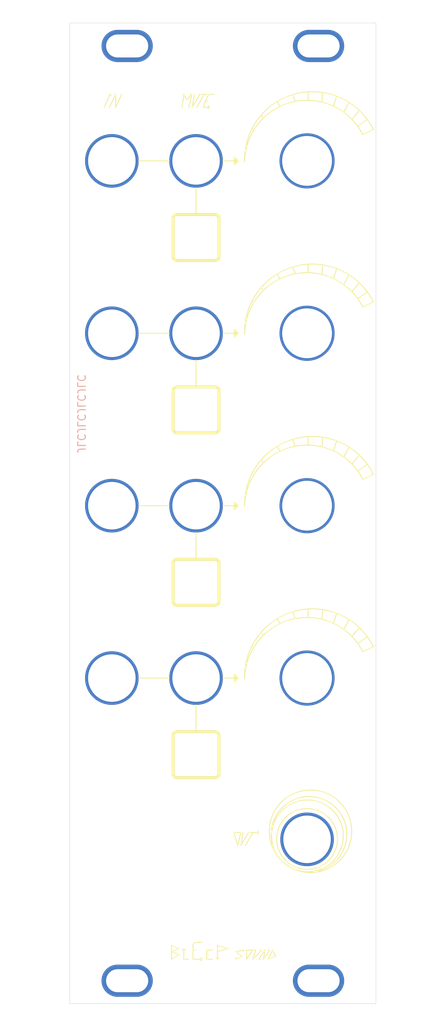
<source format=kicad_pcb>
(kicad_pcb (version 20211014) (generator pcbnew)
  (layers (0 "F.Cu" signal) (31 "B.Cu" signal) (34 "B.Paste" user) (35 "F.Paste" user) (36 "B.SilkS" user "B.Silkscreen") (37 "F.SilkS" user "F.Silkscreen") (38 "B.Mask" user) (39 "F.Mask" user) (44 "Edge.Cuts" user))
  (net 0 "")
  (footprint "Synth:Doepfer Mounting hole" (layer "F.Cu") (at 104.5 25)
    (fp_text reference "REF**" hide)
    (fp_text value "Doepfer Mounting hole")
    (pad "1" thru_hole oval locked (at 0 0) (size 6.7 4.2) (drill oval 5.5 3) (layers *.Cu *.Mask))
  )
  (footprint "" (layer "F.Cu") (at 79.5 147)
    (fp_text reference "" (at 0 0) (layer "F.SilkS") (effects (font (size 1.27 1.27))))
    (fp_text value "" (at 0 0) (layer "F.SilkS") (effects (font (size 1.27 1.27))))
    (pad "1" thru_hole oval locked (at 0 0) (size 6.7 4.2) (drill oval 5.5 3) (layers *.Cu *.Mask))
  )
  (footprint "" (layer "F.Cu") (at 104.5 147)
    (fp_text reference "" (at 0 0) (layer "F.SilkS") (effects (font (size 1.27 1.27))))
    (fp_text value "" (at 0 0) (layer "F.SilkS") (effects (font (size 1.27 1.27))))
    (pad "1" thru_hole oval locked (at 0 0) (size 6.7 4.2) (drill oval 5.5 3) (layers *.Cu *.Mask))
  )
  (footprint "" (layer "F.Cu") (at 79.5 25)
    (fp_text reference "" (at 0 0) (layer "F.SilkS") (effects (font (size 1.27 1.27))))
    (fp_text value "" (at 0 0) (layer "F.SilkS") (effects (font (size 1.27 1.27))))
    (pad "1" thru_hole oval locked (at 0 0) (size 6.7 4.2) (drill oval 5.5 3) (layers *.Cu *.Mask))
  )
  (gr_line (start 86.9 142.8) (end 86.9 144.2) (layer "F.SilkS") (width 0.12))
  (gr_line (start 88.1 144.2) (end 89.3 144.2) (layer "F.SilkS") (width 0.12))
  (gr_line (start 85.3 144.2) (end 86.3 143.6) (layer "F.SilkS") (width 0.12))
  (gr_line (start 86.3 143.6) (end 85.3 143.2) (layer "F.SilkS") (width 0.12))
  (gr_line (start 86.9 144.2) (end 87.5 144.2) (layer "F.SilkS") (width 0.12))
  (gr_line (start 88.5 142) (end 89.3 142) (layer "F.SilkS") (width 0.12))
  (gr_line (start 89.9 144.2) (end 90.7 144.2) (layer "F.SilkS") (width 0.12))
  (gr_line (start 91.3 142.4) (end 92.7 142.8) (layer "F.SilkS") (width 0.12))
  (gr_line (start 88.1 142.4) (end 88.1 144.2) (layer "F.SilkS") (width 0.12))
  (gr_line (start 88.1 143) (end 88.5 143) (layer "F.SilkS") (width 0.12))
  (gr_line (start 89.9 143) (end 89.9 144.2) (layer "F.SilkS") (width 0.12))
  (gr_line (start 91.1 144) (end 91.3 144.2) (layer "F.SilkS") (width 0.12))
  (gr_line (start 89.9 143) (end 90.7 143) (layer "F.SilkS") (width 0.12))
  (gr_line (start 91.3 144.2) (end 91.3 144) (layer "F.SilkS") (width 0.12))
  (gr_line (start 91.3 142.4) (end 91.3 144.2) (layer "F.SilkS") (width 0.12))
  (gr_line (start 92.7 142.8) (end 91.3 143.2) (layer "F.SilkS") (width 0.12))
  (gr_line (start 89.9 143.6) (end 90.1 143.6) (layer "F.SilkS") (width 0.12))
  (gr_line (start 85.3 143.2) (end 86.3 142.8) (layer "F.SilkS") (width 0.12))
  (gr_line (start 91.3 144.2) (end 91.5 144) (layer "F.SilkS") (width 0.12))
  (gr_line (start 85.3 142.4) (end 85.3 144.2) (layer "F.SilkS") (width 0.12))
  (gr_line (start 86.3 142.8) (end 85.3 142.4) (layer "F.SilkS") (width 0.12))
  (gr_line (start 98.1 143) (end 97.9 143) (layer "F.SilkS") (width 0.12))
  (gr_line (start 93.7 144.2) (end 93.7 144) (layer "F.SilkS") (width 0.12))
  (gr_line (start 95.1 143) (end 95.1 144.2) (layer "F.SilkS") (width 0.12))
  (gr_line (start 96.3 143) (end 95.9 144.2) (layer "F.SilkS") (width 0.12))
  (gr_line (start 95.9 144.2) (end 97.1 143) (layer "F.SilkS") (width 0.12))
  (gr_line (start 98.5 143) (end 97.9 144.2) (layer "F.SilkS") (width 0.12))
  (gr_line (start 98.5 143) (end 98.9 143.8) (layer "F.SilkS") (width 0.12))
  (gr_line (start 94.7 143) (end 94.7 143.2) (layer "F.SilkS") (width 0.12))
  (gr_line (start 86.9 142.8) (end 86.7 143) (layer "F.SilkS") (width 0.12))
  (gr_line (start 86.9 142.8) (end 87.1 143) (layer "F.SilkS") (width 0.12))
  (gr_line (start 97.5 143) (end 97.3 144.2) (layer "F.SilkS") (width 0.12))
  (gr_arc (start 88.1 142.4) (mid 88.217157 142.117157) (end 88.5 142) (layer "F.SilkS") (width 0.12))
  (gr_line (start 94.5 143.8) (end 93.7 144.2) (layer "F.SilkS") (width 0.12))
  (gr_line (start 89.3 144.2) (end 89.1 144) (layer "F.SilkS") (width 0.12))
  (gr_line (start 89.3 144.2) (end 89.1 144.4) (layer "F.SilkS") (width 0.12))
  (gr_line (start 93.7 143.2) (end 94.5 143.8) (layer "F.SilkS") (width 0.12))
  (gr_line (start 95.9 143) (end 95.1 143) (layer "F.SilkS") (width 0.12))
  (gr_line (start 97.3 144.2) (end 98.1 143) (layer "F.SilkS") (width 0.12))
  (gr_line (start 97.5 143) (end 96.7 144.2) (layer "F.SilkS") (width 0.12))
  (gr_line (start 96.3 143) (end 96.1 143) (layer "F.SilkS") (width 0.12))
  (gr_line (start 96.7 144.2) (end 96.9 144.2) (layer "F.SilkS") (width 0.12))
  (gr_line (start 97.1 143) (end 96.9 143) (layer "F.SilkS") (width 0.12))
  (gr_line (start 95.1 144.2) (end 95.9 143) (layer "F.SilkS") (width 0.12))
  (gr_line (start 97.9 144.2) (end 98.9 143.8) (layer "F.SilkS") (width 0.12))
  (gr_line (start 94.7 143) (end 93.7 143.2) (layer "F.SilkS") (width 0.12))
  (gr_line (start 88.5 43.5) (end 88.5 47) (layer "F.SilkS") (width 0.12))
  (gr_line (start 95.55 127.65) (end 96.25 127.65) (layer "F.SilkS") (width 0.12))
  (gr_line (start 93.95 129.35) (end 93.45 127.65) (layer "F.SilkS") (width 0.12))
  (gr_line (start 93.45 127.65) (end 94.35 127.65) (layer "F.SilkS") (width 0.12))
  (gr_line (start 94.65 127.65) (end 94.35 129.35) (layer "F.SilkS") (width 0.12))
  (gr_line (start 94.35 129.35) (end 95.35 127.65) (layer "F.SilkS") (width 0.12))
  (gr_line (start 94.35 127.65) (end 93.95 129.35) (layer "F.SilkS") (width 0.12))
  (gr_line (start 95.95 127.65) (end 94.95 129.35) (layer "F.SilkS") (width 0.12))
  (gr_circle (center 103.45 127.5) (end 101.45 122.5) (layer "F.SilkS") (width 0.12) (fill none))
  (gr_circle (center 103.25 127.9) (end 101.45 123.3) (layer "F.SilkS") (width 0.12) (fill none))
  (gr_circle (center 103.05 128.1) (end 100.05 124.5) (layer "F.SilkS") (width 0.12) (fill none))
  (gr_circle (center 103 128.5) (end 100.4 125.5) (layer "F.SilkS") (width 0.12) (fill none))
  (gr_line (start 77.3 31.3) (end 77.1 31.4) (layer "F.SilkS") (width 0.12))
  (gr_line (start 77.2 33) (end 78 31.3) (layer "F.SilkS") (width 0.12))
  (gr_line (start 77.2 33) (end 77.1 33) (layer "F.SilkS") (width 0.12))
  (gr_line (start 78 31.3) (end 78 33) (layer "F.SilkS") (width 0.12))
  (gr_line (start 77.3 31.3) (end 77.4 31.5) (layer "F.SilkS") (width 0.12))
  (gr_line (start 78 33) (end 78.8 31.3) (layer "F.SilkS") (width 0.12))
  (gr_line (start 76.5 33) (end 77.3 31.3) (layer "F.SilkS") (width 0.12))
  (gr_line (start 78.8 31.3) (end 78.7 31.3) (layer "F.SilkS") (width 0.12))
  (gr_line (start 106.455151 32.854115) (end 106.841985 31.599148) (layer "F.SilkS") (width 0.12))
  (gr_arc (start 94.841985 107.599148) (mid 101.181462 99.795826) (end 110.281985 104.069148) (layer "F.SilkS") (width 0.12))
  (gr_line (start 96.65 127.65) (end 96.55 127.85) (layer "F.SilkS") (width 0.12))
  (gr_line (start 103.141985 99.599148) (end 103.141985 98.499148) (layer "F.SilkS") (width 0.12))
  (gr_line (start 95.841985 103.299148) (end 96.041985 103.499148) (layer "F.SilkS") (width 0.12))
  (gr_line (start 81 107.5) (end 85 107.5) (layer "F.SilkS") (width 0.12))
  (gr_arc (start 94.841985 85.099148) (mid 101.181462 77.295826) (end 110.281985 81.569148) (layer "F.SilkS") (width 0.12))
  (gr_line (start 103.141985 32.099148) (end 103.141985 30.999148) (layer "F.SilkS") (width 0.12))
  (gr_line (start 106.455151 77.854115) (end 106.841985 76.599148) (layer "F.SilkS") (width 0.12))
  (gr_line (start 104.941985 54.799148) (end 105.041985 53.599148) (layer "F.SilkS") (width 0.12))
  (gr_line (start 104.941985 99.799148) (end 105.041985 98.599148) (layer "F.SilkS") (width 0.12))
  (gr_line (start 85.5 47.5) (end 85.5 52.5) (layer "F.SilkS") (width 0.4))
  (gr_line (start 88 33) (end 89 31.3) (layer "F.SilkS") (width 0.12))
  (gr_line (start 110.281985 104.069148) (end 111.655151 103.404115) (layer "F.SilkS") (width 0.12))
  (gr_arc (start 94.841985 40.099148) (mid 101.55885 31.229455) (end 111.655151 35.904115) (layer "F.SilkS") (width 0.12))
  (gr_arc (start 91 47) (mid 91.353553 47.146447) (end 91.5 47.5) (layer "F.SilkS") (width 0.4))
  (gr_line (start 87.95 31.3) (end 87.25 32.05) (layer "F.SilkS") (width 0.12))
  (gr_line (start 104.941985 77.299148) (end 105.041985 76.099148) (layer "F.SilkS") (width 0.12))
  (gr_arc (start 91 92) (mid 91.353553 92.146447) (end 91.5 92.5) (layer "F.SilkS") (width 0.4))
  (gr_line (start 85.5 70) (end 85.5 75) (layer "F.SilkS") (width 0.4))
  (gr_poly (pts (xy 94 62.5) (xy 93.5 63) (xy 93.5 62)) (layer "F.SilkS") (width 0.15) (fill solid))
  (gr_line (start 91.5 47.5) (end 91.5 52.5) (layer "F.SilkS") (width 0.4))
  (gr_line (start 99.441985 55.399148) (end 99.141985 54.799148) (layer "F.SilkS") (width 0.12))
  (gr_arc (start 85.5 115) (mid 85.646447 114.646447) (end 86 114.5) (layer "F.SilkS") (width 0.4))
  (gr_line (start 86 69.5) (end 91 69.5) (layer "F.SilkS") (width 0.4))
  (gr_line (start 87.95 31.3) (end 87.55 33) (layer "F.SilkS") (width 0.12))
  (gr_line (start 88.5 88.5) (end 88.5 92) (layer "F.SilkS") (width 0.12))
  (gr_line (start 86 114.5) (end 91 114.5) (layer "F.SilkS") (width 0.4))
  (gr_line (start 94 107.5) (end 92 107.5) (layer "F.SilkS") (width 0.12))
  (gr_line (start 87.95 31.3) (end 87.75 31.3) (layer "F.SilkS") (width 0.12))
  (gr_arc (start 86 53) (mid 85.646447 52.853553) (end 85.5 52.5) (layer "F.SilkS") (width 0.4))
  (gr_line (start 108.865151 79.564115) (end 109.805151 78.434115) (layer "F.SilkS") (width 0.12))
  (gr_line (start 91.5 70) (end 91.5 75) (layer "F.SilkS") (width 0.4))
  (gr_line (start 101.441985 54.699148) (end 101.141985 53.899148) (layer "F.SilkS") (width 0.12))
  (gr_arc (start 94.841985 40.099148) (mid 101.181462 32.295826) (end 110.281985 36.569148) (layer "F.SilkS") (width 0.12))
  (gr_line (start 103.141985 54.599148) (end 103.141985 53.499148) (layer "F.SilkS") (width 0.12))
  (gr_line (start 87.25 32.05) (end 86.95 31.3) (layer "F.SilkS") (width 0.12))
  (gr_line (start 108.865151 57.064115) (end 109.805151 55.934115) (layer "F.SilkS") (width 0.12))
  (gr_line (start 91 98) (end 86 98) (layer "F.SilkS") (width 0.4))
  (gr_line (start 99.441985 100.399148) (end 99.141985 99.799148) (layer "F.SilkS") (width 0.12))
  (gr_line (start 107.791985 56.149148) (end 108.475151 54.874115) (layer "F.SilkS") (width 0.12))
  (gr_line (start 89.75 32.2) (end 90.05 32.2) (layer "F.SilkS") (width 0.12))
  (gr_line (start 90.25 33) (end 90.05 32.8) (layer "F.SilkS") (width 0.12))
  (gr_line (start 81 40) (end 85 40) (layer "F.SilkS") (width 0.12))
  (gr_arc (start 85.5 70) (mid 85.646447 69.646447) (end 86 69.5) (layer "F.SilkS") (width 0.4))
  (gr_line (start 101.441985 32.199148) (end 101.141985 31.399148) (layer "F.SilkS") (width 0.12))
  (gr_line (start 90.25 33) (end 90.05 33.2) (layer "F.SilkS") (width 0.12))
  (gr_line (start 90.45 31.3) (end 90.85 31.3) (layer "F.SilkS") (width 0.12))
  (gr_line (start 110.281985 36.569148) (end 111.655151 35.904115) (layer "F.SilkS") (width 0.12))
  (gr_line (start 101.441985 99.699148) (end 101.141985 98.899148) (layer "F.SilkS") (width 0.12))
  (gr_line (start 86 92) (end 91 92) (layer "F.SilkS") (width 0.4))
  (gr_line (start 97.041985 101.499148) (end 97.241985 101.899148) (layer "F.SilkS") (width 0.12))
  (gr_poly (pts (xy 94 40) (xy 93.5 40.5) (xy 93.5 39.5)) (layer "F.SilkS") (width 0.15) (fill solid))
  (gr_line (start 96.65 127.65) (end 96.55 127.45) (layer "F.SilkS") (width 0.12))
  (gr_line (start 91 120.5) (end 86 120.5) (layer "F.SilkS") (width 0.4))
  (gr_arc (start 94.841985 107.599148) (mid 101.55885 98.729455) (end 111.655151 103.404115) (layer "F.SilkS") (width 0.12))
  (gr_line (start 107.791985 78.649148) (end 108.475151 77.374115) (layer "F.SilkS") (width 0.12))
  (gr_line (start 85.5 115) (end 85.5 120) (layer "F.SilkS") (width 0.4))
  (gr_line (start 94 40) (end 92 40) (layer "F.SilkS") (width 0.12))
  (gr_arc (start 91.5 97.5) (mid 91.353553 97.853553) (end 91 98) (layer "F.SilkS") (width 0.4))
  (gr_arc (start 85.5 92.5) (mid 85.646447 92.146447) (end 86 92) (layer "F.SilkS") (width 0.4))
  (gr_arc (start 86 75.5) (mid 85.646447 75.353553) (end 85.5 75) (layer "F.SilkS") (width 0.4))
  (gr_line (start 107.791985 101.149148) (end 108.475151 99.874115) (layer "F.SilkS") (width 0.12))
  (gr_line (start 89.95 31.65) (end 89.45 33) (layer "F.SilkS") (width 0.12))
  (gr_line (start 88.3 31.3) (end 88 33) (layer "F.SilkS") (width 0.12))
  (gr_arc (start 91.5 120) (mid 91.353553 120.353553) (end 91 120.5) (layer "F.SilkS") (width 0.4))
  (gr_line (start 86.95 31.3) (end 86.65 33) (layer "F.SilkS") (width 0.12))
  (gr_arc (start 86 98) (mid 85.646447 97.853553) (end 85.5 97.5) (layer "F.SilkS") (width 0.4))
  (gr_arc (start 89.95 31.65) (mid 90.147762 31.400375) (end 90.45 31.3) (layer "F.SilkS") (width 0.12))
  (gr_line (start 97.041985 56.499148) (end 97.241985 56.899148) (layer "F.SilkS") (width 0.12))
  (gr_line (start 81 85) (end 85 85) (layer "F.SilkS") (width 0.12))
  (gr_line (start 106.455151 100.354115) (end 106.841985 99.099148) (layer "F.SilkS") (width 0.12))
  (gr_poly (pts (xy 94 85) (xy 93.5 85.5) (xy 93.5 84.5)) (layer "F.SilkS") (width 0.15) (fill solid))
  (gr_arc (start 94.841985 85.099148) (mid 101.55885 76.229455) (end 111.655151 80.904115) (layer "F.SilkS") (width 0.12))
  (gr_line (start 107.791985 33.649148) (end 108.475151 32.374115) (layer "F.SilkS") (width 0.12))
  (gr_arc (start 85.5 47.5) (mid 85.646447 47.146447) (end 86 47) (layer "F.SilkS") (width 0.4))
  (gr_line (start 97.041985 78.999148) (end 97.241985 79.399148) (layer "F.SilkS") (width 0.12))
  (gr_line (start 108.865151 102.064115) (end 109.805151 100.934115) (layer "F.SilkS") (width 0.12))
  (gr_arc (start 86 120.5) (mid 85.646447 120.353553) (end 85.5 120) (layer "F.SilkS") (width 0.4))
  (gr_line (start 89.2 31.3) (end 89.9 31.3) (layer "F.SilkS") (width 0.12))
  (gr_arc (start 91 69.5) (mid 91.353553 69.646447) (end 91.5 70) (layer "F.SilkS") (width 0.4))
  (gr_line (start 109.625151 35.494115) (end 110.841985 34.599148) (layer "F.SilkS") (width 0.12))
  (gr_line (start 106.455151 55.354115) (end 106.841985 54.099148) (layer "F.SilkS") (width 0.12))
  (gr_line (start 101.441985 77.199148) (end 101.141985 76.399148) (layer "F.SilkS") (width 0.12))
  (gr_line (start 95.841985 58.299148) (end 96.041985 58.499148) (layer "F.SilkS") (width 0.12))
  (gr_line (start 94 85) (end 92 85) (layer "F.SilkS") (width 0.12))
  (gr_line (start 85.5 92.5) (end 85.5 97.5) (layer "F.SilkS") (width 0.4))
  (gr_line (start 88.5 66) (end 88.5 69.5) (layer "F.SilkS") (width 0.12))
  (gr_line (start 94 62.5) (end 92 62.5) (layer "F.SilkS") (width 0.12))
  (gr_line (start 81 62.5) (end 85 62.5) (layer "F.SilkS") (width 0.12))
  (gr_line (start 104.941985 32.299148) (end 105.041985 31.099148) (layer "F.SilkS") (width 0.12))
  (gr_poly (pts (xy 94 107.5) (xy 93.5 108) (xy 93.5 107)) (layer "F.SilkS") (width 0.15) (fill solid))
  (gr_line (start 109.625151 80.494115) (end 110.841985 79.599148) (layer "F.SilkS") (width 0.12))
  (gr_line (start 96.25 127.65) (end 96.65 127.65) (layer "F.SilkS") (width 0.12))
  (gr_line (start 99.441985 77.899148) (end 99.141985 77.299148) (layer "F.SilkS") (width 0.12))
  (gr_arc (start 94.841985 62.599148) (mid 101.181462 54.795826) (end 110.281985 59.069148) (layer "F.SilkS") (width 0.12))
  (gr_line (start 91 75.5) (end 86 75.5) (layer "F.SilkS") (width 0.4))
  (gr_line (start 110.281985 59.069148) (end 111.655151 58.404115) (layer "F.SilkS") (width 0.12))
  (gr_line (start 86 47) (end 91 47) (layer "F.SilkS") (width 0.4))
  (gr_line (start 108.865151 34.564115) (end 109.805151 33.434115) (layer "F.SilkS") (width 0.12))
  (gr_line (start 91.5 115) (end 91.5 120) (layer "F.SilkS") (width 0.4))
  (gr_line (start 86.95 31.3) (end 86.75 31.3) (layer "F.SilkS") (width 0.12))
  (gr_arc (start 91 114.5) (mid 91.353553 114.646447) (end 91.5 115) (layer "F.SilkS") (width 0.4))
  (gr_arc (start 91.5 75) (mid 91.353553 75.353553) (end 91 75.5) (layer "F.SilkS") (width 0.4))
  (gr_line (start 109.625151 57.994115) (end 110.841985 57.099148) (layer "F.SilkS") (width 0.12))
  (gr_arc (start 91.5 52.5) (mid 91.353553 52.853553) (end 91 53) (layer "F.SilkS") (width 0.4))
  (gr_line (start 109.625151 102.994115) (end 110.841985 102.099148) (layer "F.SilkS") (width 0.12))
  (gr_arc (start 94.841985 62.599148) (mid 101.55885 53.729455) (end 111.655151 58.404115) (layer "F.SilkS") (width 0.12))
  (gr_line (start 95.841985 35.799148) (end 96.041985 35.999148) (layer "F.SilkS") (width 0.12))
  (gr_line (start 95.841985 80.799148) (end 96.041985 80.999148) (layer "F.SilkS") (width 0.12))
  (gr_line (start 110.281985 81.569148) (end 111.655151 80.904115) (layer "F.SilkS") (width 0.12))
  (gr_line (start 88.5 111) (end 88.5 114.5) (layer "F.SilkS") (width 0.12))
  (gr_line (start 89.45 33) (end 90.15 33) (layer "F.SilkS") (width 0.12))
  (gr_line (start 97.041985 33.999148) (end 97.241985 34.399148) (layer "F.SilkS") (width 0.12))
  (gr_line (start 91.5 92.5) (end 91.5 97.5) (layer "F.SilkS") (width 0.4))
  (gr_line (start 91 53) (end 86 53) (layer "F.SilkS") (width 0.4))
  (gr_line (start 99.441985 32.899148) (end 99.141985 32.299148) (layer "F.SilkS") (width 0.12))
  (gr_line (start 89.6 31.3) (end 88.6 33) (layer "F.SilkS") (width 0.12))
  (gr_line (start 103.141985 77.099148) (end 103.141985 75.999148) (layer "F.SilkS") (width 0.12))
  (gr_line (start 72 22) (end 72 150) (layer "Edge.Cuts") (width 0.05))
  (gr_line (start 72 22) (end 112 22) (layer "Edge.Cuts") (width 0.05))
  (gr_line (start 112 22) (end 112 150) (layer "Edge.Cuts") (width 0.05))
  (gr_line (start 112 150) (end 72 150) (layer "Edge.Cuts") (width 0.05))
  (gr_text "JLCJLCJLCJLC\n" (at 73.5 73 -90) (layer "B.SilkS") (effects (font (size 1 1)) (justify mirror)))
  (via (at 103 128.55) (size 7) (drill 6.2) (layers "F.Cu" "B.Cu") (net 0))
  (via (at 103 107.5) (size 7.2) (drill 6.5) (layers "F.Cu" "B.Cu") (net 0))
  (via (at 77.5 62.5) (size 7) (drill 6.2) (layers "F.Cu" "B.Cu") (net 0))
  (via (at 103 85) (size 7.2) (drill 6.5) (layers "F.Cu" "B.Cu") (net 0))
  (via (at 77.5 107.5) (size 7) (drill 6.2) (layers "F.Cu" "B.Cu") (net 0))
  (via (at 77.5 85) (size 7) (drill 6.2) (layers "F.Cu" "B.Cu") (net 0))
  (via (at 88.5 107.5) (size 7) (drill 6.2) (layers "F.Cu" "B.Cu") (net 0))
  (via (at 88.5 62.5) (size 7) (drill 6.2) (layers "F.Cu" "B.Cu") (net 0))
  (via (at 103 40) (size 7.2) (drill 6.5) (layers "F.Cu" "B.Cu") (net 0))
  (via (at 88.5 40) (size 7) (drill 6.2) (layers "F.Cu" "B.Cu") (net 0))
  (via (at 77.5 40) (size 7) (drill 6.2) (layers "F.Cu" "B.Cu") (net 0))
  (via (at 103 62.5) (size 7.2) (drill 6.5) (layers "F.Cu" "B.Cu") (net 0))
  (via (at 88.5 85) (size 7) (drill 6.2) (layers "F.Cu" "B.Cu") (net 0))
)
</source>
